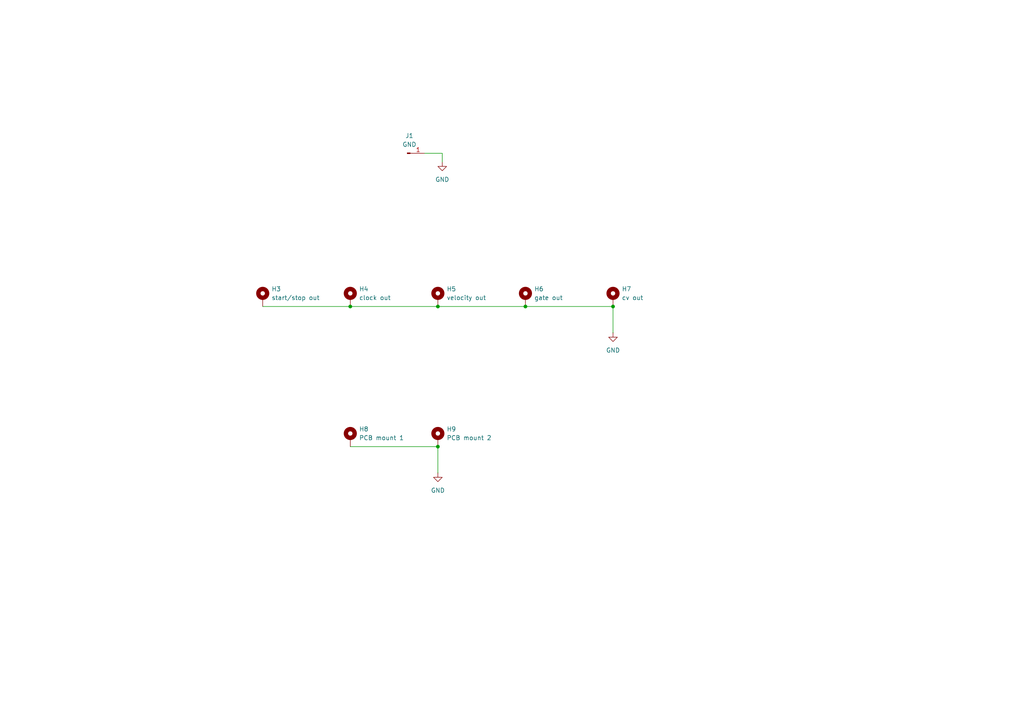
<source format=kicad_sch>
(kicad_sch (version 20231120) (generator "eeschema") (generator_version "8.0")
  (paper "A4")
  (lib_symbols
    (symbol "Connector:Conn_01x01_Pin" (pin_names (offset 1.016) hide)
      (property "Reference" "J" (at 0 2.54 0))
      (property "Value" "Conn_01x01_Pin" (at 0 -2.54 0))
      (symbol "Conn_01x01_Pin_1_1"
        (polyline (pts (xy 1.27 0) (xy 0.8636 0)) (stroke (width 0.1524)))
        (rectangle (start 0.8636 0.127) (end 0 -0.127) (stroke (width 0.1524)) (fill (type outline)))
        (pin passive line (at 5.08 0 180) (length 3.81) (name "Pin_1") (number "1"))
      )
    )
    (symbol "Mechanical:MountingHole_Pad" (pin_numbers hide) (pin_names (offset 1.016) hide) (exclude_from_sim yes) (in_bom no)
      (property "Reference" "H" (at 0 6.35 0))
      (property "Value" "MountingHole_Pad" (at 0 4.445 0))
      (symbol "MountingHole_Pad_0_1"
        (circle (center 0 1.27) (radius 1.27) (stroke (width 1.27)))
      )
      (symbol "MountingHole_Pad_1_1"
        (pin input line (at 0 -2.54 90) (length 2.54) (name "1") (number "1"))
      )
    )
    (symbol "power:GND" (power) (pin_numbers hide) (pin_names (offset 0) hide)
      (property "Value" "GND" (at 0 -3.81 0))
      (symbol "GND_0_1"
        (polyline (pts (xy 0 0) (xy 0 -1.27) (xy 1.27 -1.27) (xy 0 -2.54) (xy -1.27 -1.27) (xy 0 -1.27)))
      )
      (symbol "GND_1_1"
        (pin power_in line (at 0 0 270) (length 0) (name "~") (number "1"))
      )
    )
  )
  (junction (at 101.6 88.9))
  (junction (at 127 129.54))
  (junction (at 127 88.9))
  (junction (at 152.4 88.9))
  (junction (at 177.8 88.9))
  (wire (pts (xy 128.27 44.45) (xy 123.19 44.45)))
  (wire (pts (xy 128.27 46.99) (xy 128.27 44.45)))
  (wire (pts (xy 76.2 88.9) (xy 101.6 88.9)))
  (wire (pts (xy 101.6 129.54) (xy 127 129.54)))
  (wire (pts (xy 127 137.16) (xy 127 129.54)))
  (wire (pts (xy 101.6 88.9) (xy 127 88.9)))
  (wire (pts (xy 152.4 88.9) (xy 177.8 88.9)))
  (wire (pts (xy 127 88.9) (xy 152.4 88.9)))
  (wire (pts (xy 177.8 96.52) (xy 177.8 88.9)))
  (symbol (lib_id "Mechanical:MountingHole_Pad") (at 127 86.36 0) (unit 1) (exclude_from_sim yes) (in_bom no)
    (property "Reference" "H5" (at 129.54 83.8199 0) (effects (justify left)))
    (property "Value" "velocity out" (at 129.54 86.3599 0) (effects (justify left)))
    (property "Footprint" "MountingHole:MountingHole_6.4mm_M6_ISO7380_Pad_TopBottom" (effects (hide yes)))
    (property "Description" "Mounting Hole with connection" (effects (hide yes)))
  )
  (symbol (lib_id "Mechanical:MountingHole_Pad") (at 152.4 86.36 0) (unit 1) (exclude_from_sim yes) (in_bom no)
    (property "Reference" "H6" (at 154.94 83.8199 0) (effects (justify left)))
    (property "Value" "gate out" (at 154.94 86.3599 0) (effects (justify left)))
    (property "Footprint" "MountingHole:MountingHole_6.4mm_M6_ISO7380_Pad_TopBottom" (effects (hide yes)))
    (property "Description" "Mounting Hole with connection" (effects (hide yes)))
  )
  (symbol (lib_id "Mechanical:MountingHole_Pad") (at 76.2 86.36 0) (unit 1) (exclude_from_sim yes) (in_bom no)
    (property "Reference" "H3" (at 78.74 83.8199 0) (effects (justify left)))
    (property "Value" "start/stop out" (at 78.74 86.3599 0) (effects (justify left)))
    (property "Footprint" "MountingHole:MountingHole_6.4mm_M6_ISO7380_Pad_TopBottom" (effects (hide yes)))
    (property "Description" "Mounting Hole with connection" (effects (hide yes)))
  )
  (symbol (lib_id "power:GND") (at 177.8 96.52 0) (unit 1)
    (property "Reference" "#PWR02" (effects (hide yes)))
    (property "Value" "GND" (at 177.8 101.6 0))
    (property "Description" "Power symbol creates a global label with name \"GND\" , ground" (effects (hide yes)))
  )
  (symbol (lib_id "Mechanical:MountingHole_Pad") (at 101.6 86.36 0) (unit 1) (exclude_from_sim yes) (in_bom no)
    (property "Reference" "H4" (at 104.14 83.8199 0) (effects (justify left)))
    (property "Value" "clock out" (at 104.14 86.3599 0) (effects (justify left)))
    (property "Footprint" "MountingHole:MountingHole_6.4mm_M6_ISO7380_Pad_TopBottom" (effects (hide yes)))
    (property "Description" "Mounting Hole with connection" (effects (hide yes)))
  )
  (symbol (lib_id "Mechanical:MountingHole_Pad") (at 177.8 86.36 0) (unit 1) (exclude_from_sim yes) (in_bom no)
    (property "Reference" "H7" (at 180.34 83.8199 0) (effects (justify left)))
    (property "Value" "cv out" (at 180.34 86.3599 0) (effects (justify left)))
    (property "Footprint" "MountingHole:MountingHole_6.4mm_M6_ISO7380_Pad_TopBottom" (effects (hide yes)))
    (property "Description" "Mounting Hole with connection" (effects (hide yes)))
  )
  (symbol (lib_id "Mechanical:MountingHole_Pad") (at 127 127 0) (unit 1) (exclude_from_sim yes) (in_bom no)
    (property "Reference" "H9" (at 129.54 124.4599 0) (effects (justify left)))
    (property "Value" "PCB mount 2" (at 129.54 126.9999 0) (effects (justify left)))
    (property "Footprint" "MountingHole:MountingHole_3.2mm_M3_Pad_TopBottom" (effects (hide yes)))
    (property "Description" "Mounting Hole with connection" (effects (hide yes)))
  )
  (symbol (lib_id "power:GND") (at 128.27 46.99 0) (unit 1)
    (property "Reference" "#PWR01" (effects (hide yes)))
    (property "Value" "GND" (at 128.27 52.07 0))
    (property "Description" "Power symbol creates a global label with name \"GND\" , ground" (effects (hide yes)))
  )
  (symbol (lib_id "Mechanical:MountingHole_Pad") (at 101.6 127 0) (unit 1) (exclude_from_sim yes) (in_bom no)
    (property "Reference" "H8" (at 104.14 124.4599 0) (effects (justify left)))
    (property "Value" "PCB mount 1" (at 104.14 126.9999 0) (effects (justify left)))
    (property "Footprint" "MountingHole:MountingHole_3.2mm_M3_Pad_TopBottom" (effects (hide yes)))
    (property "Description" "Mounting Hole with connection" (effects (hide yes)))
  )
  (symbol (lib_id "Connector:Conn_01x01_Pin") (at 118.11 44.45 0) (unit 1)
    (property "Reference" "J1" (at 118.745 39.37 0))
    (property "Value" "GND" (at 118.745 41.91 0))
    (property "Footprint" "Connector_Wire:SolderWirePad_1x01_SMD_5x10mm" (effects (hide yes)))
    (property "Description" "Generic connector, single row, 01x01, script generated" (effects (hide yes)))
  )
  (symbol (lib_id "power:GND") (at 127 137.16 0) (unit 1)
    (property "Reference" "#PWR03" (effects (hide yes)))
    (property "Value" "GND" (at 127 142.24 0))
    (property "Description" "Power symbol creates a global label with name \"GND\" , ground" (effects (hide yes)))
  )
)
</source>
